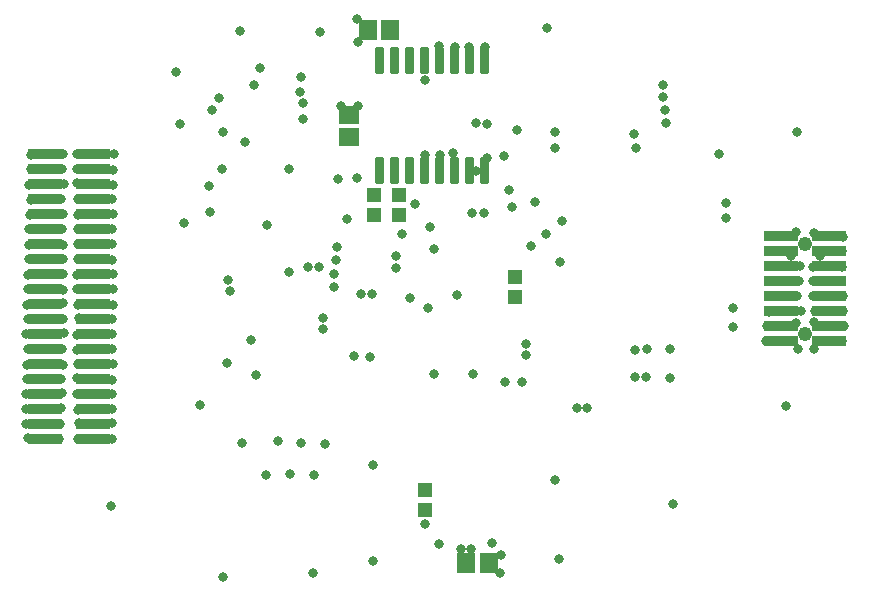
<source format=gbr>
G04 EAGLE Gerber RS-274X export*
G75*
%MOMM*%
%FSLAX34Y34*%
%LPD*%
%INSoldermask Bottom*%
%IPPOS*%
%AMOC8*
5,1,8,0,0,1.08239X$1,22.5*%
G01*
%ADD10R,1.503200X1.703200*%
%ADD11R,1.703200X1.503200*%
%ADD12R,1.303200X1.203200*%
%ADD13C,0.349006*%
%ADD14R,2.993200X0.943200*%
%ADD15C,1.223200*%
%ADD16C,0.813200*%


D10*
X551182Y38028D03*
X570182Y38028D03*
X486671Y489624D03*
X467671Y489624D03*
D11*
X451596Y398745D03*
X451596Y417745D03*
D12*
X516515Y83290D03*
X516515Y100290D03*
X494253Y350109D03*
X494253Y333109D03*
X472689Y349838D03*
X472689Y332838D03*
D13*
X475762Y454284D02*
X475762Y473326D01*
X480204Y473326D01*
X480204Y454284D01*
X475762Y454284D01*
X475762Y457599D02*
X480204Y457599D01*
X480204Y460914D02*
X475762Y460914D01*
X475762Y464229D02*
X480204Y464229D01*
X480204Y467544D02*
X475762Y467544D01*
X475762Y470859D02*
X480204Y470859D01*
X488462Y473326D02*
X488462Y454284D01*
X488462Y473326D02*
X492904Y473326D01*
X492904Y454284D01*
X488462Y454284D01*
X488462Y457599D02*
X492904Y457599D01*
X492904Y460914D02*
X488462Y460914D01*
X488462Y464229D02*
X492904Y464229D01*
X492904Y467544D02*
X488462Y467544D01*
X488462Y470859D02*
X492904Y470859D01*
X501162Y473326D02*
X501162Y454284D01*
X501162Y473326D02*
X505604Y473326D01*
X505604Y454284D01*
X501162Y454284D01*
X501162Y457599D02*
X505604Y457599D01*
X505604Y460914D02*
X501162Y460914D01*
X501162Y464229D02*
X505604Y464229D01*
X505604Y467544D02*
X501162Y467544D01*
X501162Y470859D02*
X505604Y470859D01*
X513862Y473326D02*
X513862Y454284D01*
X513862Y473326D02*
X518304Y473326D01*
X518304Y454284D01*
X513862Y454284D01*
X513862Y457599D02*
X518304Y457599D01*
X518304Y460914D02*
X513862Y460914D01*
X513862Y464229D02*
X518304Y464229D01*
X518304Y467544D02*
X513862Y467544D01*
X513862Y470859D02*
X518304Y470859D01*
X526562Y473326D02*
X526562Y454284D01*
X526562Y473326D02*
X531004Y473326D01*
X531004Y454284D01*
X526562Y454284D01*
X526562Y457599D02*
X531004Y457599D01*
X531004Y460914D02*
X526562Y460914D01*
X526562Y464229D02*
X531004Y464229D01*
X531004Y467544D02*
X526562Y467544D01*
X526562Y470859D02*
X531004Y470859D01*
X539262Y473326D02*
X539262Y454284D01*
X539262Y473326D02*
X543704Y473326D01*
X543704Y454284D01*
X539262Y454284D01*
X539262Y457599D02*
X543704Y457599D01*
X543704Y460914D02*
X539262Y460914D01*
X539262Y464229D02*
X543704Y464229D01*
X543704Y467544D02*
X539262Y467544D01*
X539262Y470859D02*
X543704Y470859D01*
X551962Y473326D02*
X551962Y454284D01*
X551962Y473326D02*
X556404Y473326D01*
X556404Y454284D01*
X551962Y454284D01*
X551962Y457599D02*
X556404Y457599D01*
X556404Y460914D02*
X551962Y460914D01*
X551962Y464229D02*
X556404Y464229D01*
X556404Y467544D02*
X551962Y467544D01*
X551962Y470859D02*
X556404Y470859D01*
X564662Y473326D02*
X564662Y454284D01*
X564662Y473326D02*
X569104Y473326D01*
X569104Y454284D01*
X564662Y454284D01*
X564662Y457599D02*
X569104Y457599D01*
X569104Y460914D02*
X564662Y460914D01*
X564662Y464229D02*
X569104Y464229D01*
X569104Y467544D02*
X564662Y467544D01*
X564662Y470859D02*
X569104Y470859D01*
X564662Y380226D02*
X564662Y361184D01*
X564662Y380226D02*
X569104Y380226D01*
X569104Y361184D01*
X564662Y361184D01*
X564662Y364499D02*
X569104Y364499D01*
X569104Y367814D02*
X564662Y367814D01*
X564662Y371129D02*
X569104Y371129D01*
X569104Y374444D02*
X564662Y374444D01*
X564662Y377759D02*
X569104Y377759D01*
X551962Y380226D02*
X551962Y361184D01*
X551962Y380226D02*
X556404Y380226D01*
X556404Y361184D01*
X551962Y361184D01*
X551962Y364499D02*
X556404Y364499D01*
X556404Y367814D02*
X551962Y367814D01*
X551962Y371129D02*
X556404Y371129D01*
X556404Y374444D02*
X551962Y374444D01*
X551962Y377759D02*
X556404Y377759D01*
X539262Y380226D02*
X539262Y361184D01*
X539262Y380226D02*
X543704Y380226D01*
X543704Y361184D01*
X539262Y361184D01*
X539262Y364499D02*
X543704Y364499D01*
X543704Y367814D02*
X539262Y367814D01*
X539262Y371129D02*
X543704Y371129D01*
X543704Y374444D02*
X539262Y374444D01*
X539262Y377759D02*
X543704Y377759D01*
X526562Y380226D02*
X526562Y361184D01*
X526562Y380226D02*
X531004Y380226D01*
X531004Y361184D01*
X526562Y361184D01*
X526562Y364499D02*
X531004Y364499D01*
X531004Y367814D02*
X526562Y367814D01*
X526562Y371129D02*
X531004Y371129D01*
X531004Y374444D02*
X526562Y374444D01*
X526562Y377759D02*
X531004Y377759D01*
X513862Y380226D02*
X513862Y361184D01*
X513862Y380226D02*
X518304Y380226D01*
X518304Y361184D01*
X513862Y361184D01*
X513862Y364499D02*
X518304Y364499D01*
X518304Y367814D02*
X513862Y367814D01*
X513862Y371129D02*
X518304Y371129D01*
X518304Y374444D02*
X513862Y374444D01*
X513862Y377759D02*
X518304Y377759D01*
X501162Y380226D02*
X501162Y361184D01*
X501162Y380226D02*
X505604Y380226D01*
X505604Y361184D01*
X501162Y361184D01*
X501162Y364499D02*
X505604Y364499D01*
X505604Y367814D02*
X501162Y367814D01*
X501162Y371129D02*
X505604Y371129D01*
X505604Y374444D02*
X501162Y374444D01*
X501162Y377759D02*
X505604Y377759D01*
X488462Y380226D02*
X488462Y361184D01*
X488462Y380226D02*
X492904Y380226D01*
X492904Y361184D01*
X488462Y361184D01*
X488462Y364499D02*
X492904Y364499D01*
X492904Y367814D02*
X488462Y367814D01*
X488462Y371129D02*
X492904Y371129D01*
X492904Y374444D02*
X488462Y374444D01*
X488462Y377759D02*
X492904Y377759D01*
X475762Y380226D02*
X475762Y361184D01*
X475762Y380226D02*
X480204Y380226D01*
X480204Y361184D01*
X475762Y361184D01*
X475762Y364499D02*
X480204Y364499D01*
X480204Y367814D02*
X475762Y367814D01*
X475762Y371129D02*
X480204Y371129D01*
X480204Y374444D02*
X475762Y374444D01*
X475762Y377759D02*
X480204Y377759D01*
D14*
X194280Y143510D03*
X234980Y143510D03*
X194280Y156210D03*
X234980Y156210D03*
X194280Y168910D03*
X234980Y168910D03*
X194280Y181610D03*
X234980Y181610D03*
X194280Y194310D03*
X234980Y194310D03*
X194280Y207010D03*
X234980Y207010D03*
X194280Y219710D03*
X234980Y219710D03*
X194280Y232410D03*
X234980Y232410D03*
X194280Y245110D03*
X234980Y245110D03*
X194280Y257810D03*
X234980Y257810D03*
X194280Y270510D03*
X234980Y270510D03*
X194280Y283210D03*
X234980Y283210D03*
X194280Y295910D03*
X234980Y295910D03*
X194280Y308610D03*
X234980Y308610D03*
X194280Y321310D03*
X234980Y321310D03*
X194280Y334010D03*
X234980Y334010D03*
X194280Y346710D03*
X234980Y346710D03*
X194280Y359410D03*
X234980Y359410D03*
X194280Y372110D03*
X234980Y372110D03*
X194280Y384810D03*
X234980Y384810D03*
X817850Y226060D03*
X858550Y226060D03*
X817850Y238760D03*
X858550Y238760D03*
X817850Y251460D03*
X858550Y251460D03*
X817850Y264160D03*
X858550Y264160D03*
X817850Y276860D03*
X858550Y276860D03*
X817850Y289560D03*
X858550Y289560D03*
X817850Y302260D03*
X858550Y302260D03*
X817850Y314960D03*
X858550Y314960D03*
D15*
X838200Y232410D03*
X838200Y308610D03*
D12*
X592422Y263617D03*
X592422Y280617D03*
D16*
X496632Y316918D03*
X400817Y284962D03*
X411083Y140193D03*
X450069Y329463D03*
X520734Y322774D03*
X523866Y304028D03*
X391500Y141648D03*
X382552Y324149D03*
X516073Y447515D03*
X503711Y262962D03*
X508033Y341981D03*
X516622Y70999D03*
X524298Y198617D03*
X830633Y318226D03*
X632015Y327862D03*
X826534Y298310D03*
X543604Y265385D03*
X831564Y264162D03*
X417147Y288865D03*
X602083Y223473D03*
X556040Y334611D03*
X559600Y410528D03*
X371222Y442967D03*
X458732Y363949D03*
X462319Y266505D03*
X693016Y401246D03*
X717476Y442700D03*
X345074Y403336D03*
X431233Y139543D03*
X805244Y226305D03*
X805480Y238936D03*
X807213Y250892D03*
X376283Y457197D03*
X546642Y50407D03*
X717876Y433094D03*
X694544Y389641D03*
X568762Y410028D03*
X566471Y335142D03*
X601686Y214850D03*
X430115Y236857D03*
X429902Y245964D03*
X471491Y265887D03*
X426910Y288924D03*
X442749Y363712D03*
X555294Y50334D03*
X834934Y251585D03*
X830329Y241722D03*
X831729Y219617D03*
X618641Y317286D03*
X833418Y289496D03*
X605888Y306554D03*
X833068Y276794D03*
X250444Y86425D03*
X326178Y171997D03*
X345430Y26539D03*
X421296Y29811D03*
X630829Y293643D03*
X831128Y403280D03*
X359488Y489162D03*
X427240Y487757D03*
X308663Y410151D03*
X348417Y207744D03*
X821488Y171093D03*
X725941Y88454D03*
X619565Y490965D03*
X305844Y454224D03*
X439338Y283444D03*
X439059Y272341D03*
X312205Y326492D03*
X456316Y213242D03*
X469599Y212789D03*
X583964Y191290D03*
X598252Y191237D03*
X334354Y335762D03*
X333664Y357936D03*
X444717Y425528D03*
X459411Y425030D03*
X411552Y449776D03*
X410170Y436961D03*
X413311Y427915D03*
X413311Y414598D03*
X459353Y479238D03*
X459039Y499025D03*
X593943Y405330D03*
X583057Y382719D03*
X587543Y353846D03*
X590073Y339888D03*
X765380Y384428D03*
X472628Y121406D03*
X472628Y40096D03*
X629985Y41774D03*
X626629Y108724D03*
X693792Y219074D03*
X723842Y219432D03*
X566927Y475001D03*
X553354Y475540D03*
X541399Y475181D03*
X528320Y475855D03*
X401045Y371837D03*
X344103Y371911D03*
X363625Y394617D03*
X372983Y197581D03*
X369358Y226842D03*
X703886Y219648D03*
X626342Y403189D03*
X335832Y422290D03*
X341653Y432191D03*
X556900Y198799D03*
X441671Y305685D03*
X361502Y139616D03*
X401637Y113916D03*
X381425Y112905D03*
X421921Y113122D03*
X653687Y169244D03*
X870484Y314781D03*
X869586Y302202D03*
X869586Y288874D03*
X868360Y276937D03*
X869977Y264537D03*
X870067Y251328D03*
X870965Y239107D03*
X869258Y226078D03*
X580979Y44987D03*
X579966Y30312D03*
X572818Y54995D03*
X528323Y54891D03*
X528762Y383612D03*
X516081Y383812D03*
X539578Y385868D03*
X569163Y381657D03*
X559794Y370705D03*
X720237Y410992D03*
X719717Y421734D03*
X626549Y390016D03*
X693728Y195533D03*
X703691Y195966D03*
X723798Y195346D03*
X777431Y238444D03*
X777229Y253987D03*
X644640Y169306D03*
X441217Y295247D03*
X491859Y297997D03*
X491618Y288071D03*
X771382Y342870D03*
X771382Y330599D03*
X845863Y219674D03*
X845296Y242497D03*
X846034Y251438D03*
X844419Y264360D03*
X845103Y276777D03*
X845069Y289049D03*
X850482Y298506D03*
X845821Y318172D03*
X349090Y277791D03*
X350929Y268469D03*
X609313Y344024D03*
X518546Y254326D03*
X223063Y157120D03*
X251063Y156773D03*
X210049Y384556D03*
X209026Y371984D03*
X210241Y359150D03*
X207783Y346596D03*
X209594Y333913D03*
X208818Y321488D03*
X209983Y307640D03*
X209465Y295474D03*
X209853Y282920D03*
X209594Y269460D03*
X210112Y258329D03*
X209853Y244611D03*
X210629Y232704D03*
X208818Y219761D03*
X209594Y206301D03*
X208393Y193799D03*
X209078Y182228D03*
X208042Y169286D03*
X207525Y156344D03*
X206749Y143660D03*
X222804Y143142D03*
X182784Y383950D03*
X182511Y372287D03*
X181014Y358509D03*
X182362Y346080D03*
X181763Y333051D03*
X181164Y321221D03*
X180715Y307593D03*
X180994Y295976D03*
X180110Y281994D03*
X180162Y270506D03*
X179330Y257199D03*
X180016Y244914D03*
X178716Y232006D03*
X179756Y219444D03*
X179496Y206449D03*
X179323Y194060D03*
X178716Y181412D03*
X178370Y169110D03*
X178023Y156201D03*
X179781Y144299D03*
X251218Y143518D03*
X222545Y295862D03*
X251270Y295353D03*
X221769Y282402D03*
X252050Y282721D03*
X222286Y321488D03*
X251166Y321551D03*
X222028Y181452D03*
X251166Y181100D03*
X221769Y270754D03*
X251918Y270211D03*
X222286Y257035D03*
X252092Y257130D03*
X222804Y333136D03*
X251686Y333714D03*
X222028Y194653D03*
X251572Y193194D03*
X223580Y245646D03*
X251399Y245001D03*
X222028Y231409D03*
X251225Y232612D03*
X221769Y218726D03*
X251312Y219271D03*
X222804Y206819D03*
X251832Y206795D03*
X222545Y308546D03*
X251166Y308867D03*
X221341Y360016D03*
X251892Y358700D03*
X222286Y346596D03*
X251582Y346501D03*
X222286Y168251D03*
X250855Y168624D03*
X221226Y371972D03*
X251892Y371426D03*
X221642Y384655D03*
X252953Y384713D03*
M02*

</source>
